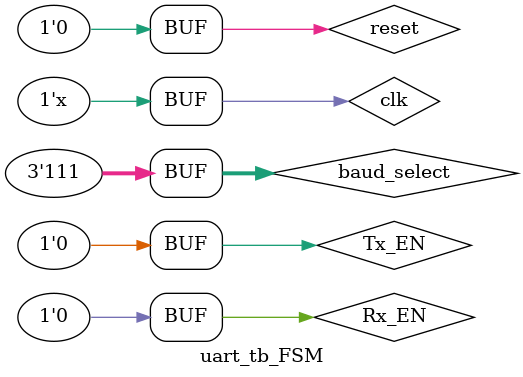
<source format=v>
`timescale 1ns/1ps

module uart_tb_FSM();
    reg reset, clk, Tx_WR;
    reg [7:0] Tx_DATA, n_Tx_DATA;
    reg Tx_EN, Rx_EN;  //input but assign
    reg [2:0] baud_select;  //input but assign
    wire [7:0] Rx_DATA;
    wire Tx_BUSY, Rx_FERROR, Rx_PERROR, Rx_VALID;
    reg [2:0] state, next_state;
    reg [7:0] DATA [0:3];
    integer i, ni;

    localparam [1:0] 
        IDLE      = 2'b00,
        INIT      = 2'b01,
        TRANFER   = 2'b10,
        FINISHED  = 2'b11;

    uart uart (
        .reset(reset),
        .clk(clk),
        .baud_select(baud_select),
        .Tx_EN(Tx_EN),
        .Tx_WR(Tx_WR),
        .Tx_DATA(Tx_DATA),
        .Rx_EN(Rx_EN),
        .Tx_BUSY(Tx_BUSY),
        .Rx_PERROR(Rx_PERROR),
        .Rx_FERROR(Rx_FERROR),
        .Rx_VALID(Rx_VALID),
        .Rx_DATA(Rx_DATA)
    );

    always #5 clk =~ clk;

    always@(posedge clk) begin
        state <= next_state;
        i <= ni;
        Tx_DATA <= n_Tx_DATA;
    end

    initial begin
        state = IDLE;
        baud_select = 3'b111;
        i = 0;
        DATA[0] = 'hAA;
        DATA[1] = 'h55;
        DATA[2] = 'hCC;
        DATA[3] = 'h89;
        reset = 0;
        clk = 1;
        Tx_EN = 0;
        Rx_EN = 0;
        #10 reset = 1;
        #30 reset = 0;
        Rx_EN = 1;
        Tx_EN = 1;
        #400000
        Tx_EN = 0;
        Rx_EN = 0;
    end

    always@(*) begin
    n_Tx_DATA = Tx_DATA;
    Tx_WR = 0;
        case(state)
            IDLE:begin
                if(Tx_EN && Rx_EN) begin 
                    next_state = INIT;
                    ni = i;
                end else begin
                    ni = i;
                    next_state = state;
                end
            end
            INIT:begin
                if(i == 4) next_state = FINISHED;

                else if(Tx_BUSY == 0) begin
                    n_Tx_DATA = DATA[i];
                    #15
                    Tx_WR = 1;
                    #10
                    Tx_WR = 0;
                    next_state = TRANFER;
                    ni = i;
                end else begin
                    next_state = state;
                    ni = i;
                end
            end
            TRANFER:begin
                if(Rx_VALID == 1) begin
                    $display("DATA %h", Rx_DATA);
                    next_state = INIT;
                    ni = i + 1;
                end else if(Rx_FERROR || Rx_PERROR) begin
                    $display("ERROR");
                    next_state = FINISHED;
                    ni = i + 1;
                end else begin
                    next_state = state;
                    ni = i;
                end
            end
            FINISHED:begin
                next_state = state;
                ni = i;
            end
            default:begin
                next_state = FINISHED;
                ni = i;
            end
        endcase
    end

endmodule
</source>
